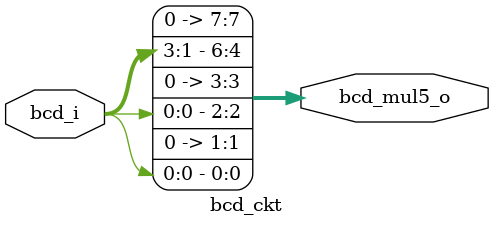
<source format=v>
`timescale 1ns / 1ps


module bcd_ckt(
    input [3:0] bcd_i,
    output [7:0] bcd_mul5_o
    );
    
    assign bcd_mul5_o = {1'b0,bcd_i[3:1],1'b0,bcd_i[0],1'b0,bcd_i[0]};
    
    
endmodule

</source>
